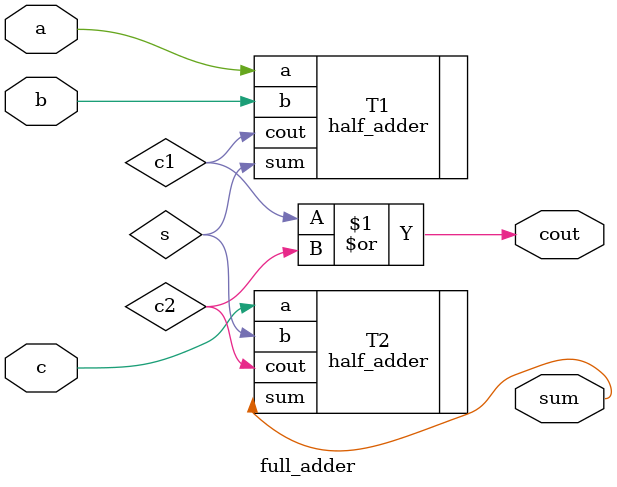
<source format=v>
`timescale 1ns / 1ps

module full_adder(
    input a,
    input b,
    input c,
    output sum,
    output cout
    );
   
    wire s;
    wire c1;
    wire c2;
   
    half_adder T1(.a(a), .b(b), .sum(s), .cout(c1));
    half_adder T2(.a(c), .b(s), .sum(sum), .cout(c2));
    or T3(cout, c1, c2);

endmodule

</source>
